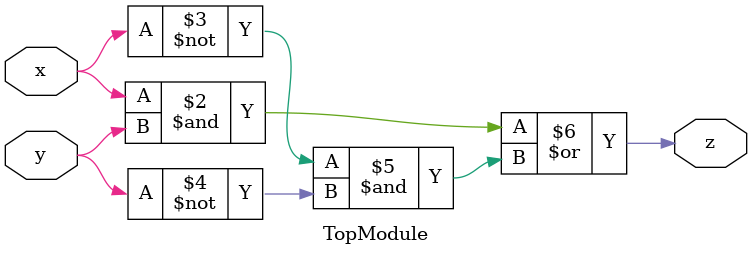
<source format=sv>
module TopModule (
    input logic x,
    input logic y,
    output logic z
);

    always @(*) begin
        z = (x & y) | (~x & ~y);
    end

endmodule
</source>
